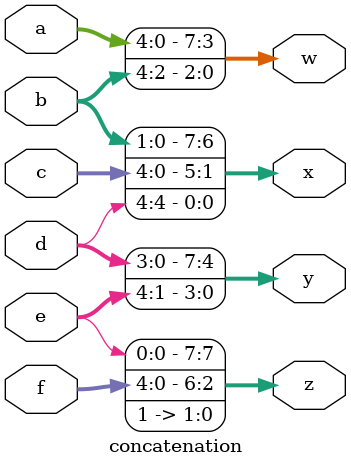
<source format=v>
`resetall
`timescale 1ns / 1ps
`default_nettype none

module concatenation (
    input  wire [4:0] a,
    input  wire [4:0] b,
    input  wire [4:0] c,
    input  wire [4:0] d,
    input  wire [4:0] e,
    input  wire [4:0] f,

    output wire [7:0] w,
    output wire [7:0] x,
    output wire [7:0] y,
    output wire [7:0] z
);

    assign {w, x, y, z} = {a, b, c, d, e, f, 2'b11};

endmodule

</source>
